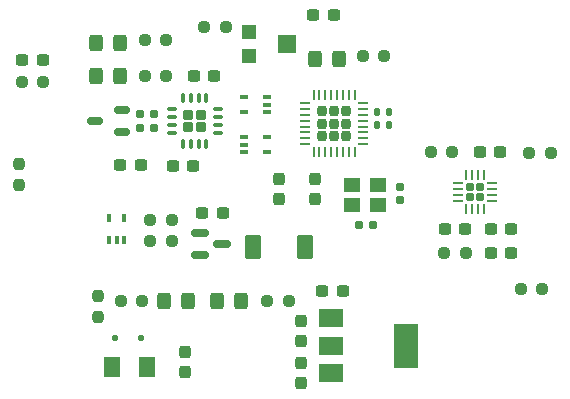
<source format=gtp>
G04 #@! TF.GenerationSoftware,KiCad,Pcbnew,7.0.8*
G04 #@! TF.CreationDate,2023-12-30T22:15:46-05:00*
G04 #@! TF.ProjectId,Pump_Control_Board,50756d70-5f43-46f6-9e74-726f6c5f426f,rev?*
G04 #@! TF.SameCoordinates,Original*
G04 #@! TF.FileFunction,Paste,Top*
G04 #@! TF.FilePolarity,Positive*
%FSLAX46Y46*%
G04 Gerber Fmt 4.6, Leading zero omitted, Abs format (unit mm)*
G04 Created by KiCad (PCBNEW 7.0.8) date 2023-12-30 22:15:46*
%MOMM*%
%LPD*%
G01*
G04 APERTURE LIST*
G04 Aperture macros list*
%AMRoundRect*
0 Rectangle with rounded corners*
0 $1 Rounding radius*
0 $2 $3 $4 $5 $6 $7 $8 $9 X,Y pos of 4 corners*
0 Add a 4 corners polygon primitive as box body*
4,1,4,$2,$3,$4,$5,$6,$7,$8,$9,$2,$3,0*
0 Add four circle primitives for the rounded corners*
1,1,$1+$1,$2,$3*
1,1,$1+$1,$4,$5*
1,1,$1+$1,$6,$7*
1,1,$1+$1,$8,$9*
0 Add four rect primitives between the rounded corners*
20,1,$1+$1,$2,$3,$4,$5,0*
20,1,$1+$1,$4,$5,$6,$7,0*
20,1,$1+$1,$6,$7,$8,$9,0*
20,1,$1+$1,$8,$9,$2,$3,0*%
G04 Aperture macros list end*
%ADD10RoundRect,0.135000X-0.135000X-0.185000X0.135000X-0.185000X0.135000X0.185000X-0.135000X0.185000X0*%
%ADD11RoundRect,0.237500X-0.250000X-0.237500X0.250000X-0.237500X0.250000X0.237500X-0.250000X0.237500X0*%
%ADD12RoundRect,0.237500X-0.300000X-0.237500X0.300000X-0.237500X0.300000X0.237500X-0.300000X0.237500X0*%
%ADD13RoundRect,0.250000X0.450000X0.800000X-0.450000X0.800000X-0.450000X-0.800000X0.450000X-0.800000X0*%
%ADD14RoundRect,0.237500X0.237500X-0.250000X0.237500X0.250000X-0.237500X0.250000X-0.237500X-0.250000X0*%
%ADD15RoundRect,0.212500X-0.212500X0.212500X-0.212500X-0.212500X0.212500X-0.212500X0.212500X0.212500X0*%
%ADD16RoundRect,0.075000X-0.075000X0.350000X-0.075000X-0.350000X0.075000X-0.350000X0.075000X0.350000X0*%
%ADD17RoundRect,0.075000X-0.350000X0.075000X-0.350000X-0.075000X0.350000X-0.075000X0.350000X0.075000X0*%
%ADD18RoundRect,0.237500X-0.237500X0.300000X-0.237500X-0.300000X0.237500X-0.300000X0.237500X0.300000X0*%
%ADD19RoundRect,0.237500X0.300000X0.237500X-0.300000X0.237500X-0.300000X-0.237500X0.300000X-0.237500X0*%
%ADD20R,0.400000X0.650000*%
%ADD21RoundRect,0.250000X-0.325000X-0.450000X0.325000X-0.450000X0.325000X0.450000X-0.325000X0.450000X0*%
%ADD22RoundRect,0.237500X0.250000X0.237500X-0.250000X0.237500X-0.250000X-0.237500X0.250000X-0.237500X0*%
%ADD23R,0.650000X0.400000*%
%ADD24RoundRect,0.237500X0.237500X-0.300000X0.237500X0.300000X-0.237500X0.300000X-0.237500X-0.300000X0*%
%ADD25R,1.400000X1.200000*%
%ADD26RoundRect,0.150000X-0.587500X-0.150000X0.587500X-0.150000X0.587500X0.150000X-0.587500X0.150000X0*%
%ADD27RoundRect,0.155000X-0.212500X-0.155000X0.212500X-0.155000X0.212500X0.155000X-0.212500X0.155000X0*%
%ADD28RoundRect,0.125000X0.125000X0.125000X-0.125000X0.125000X-0.125000X-0.125000X0.125000X-0.125000X0*%
%ADD29RoundRect,0.155000X0.155000X-0.212500X0.155000X0.212500X-0.155000X0.212500X-0.155000X-0.212500X0*%
%ADD30RoundRect,0.160000X-0.197500X-0.160000X0.197500X-0.160000X0.197500X0.160000X-0.197500X0.160000X0*%
%ADD31RoundRect,0.250001X0.462499X0.624999X-0.462499X0.624999X-0.462499X-0.624999X0.462499X-0.624999X0*%
%ADD32R,2.000000X1.500000*%
%ADD33R,2.000000X3.800000*%
%ADD34RoundRect,0.150000X0.512500X0.150000X-0.512500X0.150000X-0.512500X-0.150000X0.512500X-0.150000X0*%
%ADD35R,1.200000X1.200000*%
%ADD36R,1.500000X1.600000*%
%ADD37RoundRect,0.170000X0.170000X0.170000X-0.170000X0.170000X-0.170000X-0.170000X0.170000X-0.170000X0*%
%ADD38RoundRect,0.062500X0.355000X0.062500X-0.355000X0.062500X-0.355000X-0.062500X0.355000X-0.062500X0*%
%ADD39RoundRect,0.062500X0.062500X0.355000X-0.062500X0.355000X-0.062500X-0.355000X0.062500X-0.355000X0*%
%ADD40RoundRect,0.207500X0.207500X-0.207500X0.207500X0.207500X-0.207500X0.207500X-0.207500X-0.207500X0*%
%ADD41RoundRect,0.062500X0.062500X-0.375000X0.062500X0.375000X-0.062500X0.375000X-0.062500X-0.375000X0*%
%ADD42RoundRect,0.062500X0.375000X-0.062500X0.375000X0.062500X-0.375000X0.062500X-0.375000X-0.062500X0*%
%ADD43RoundRect,0.237500X-0.237500X0.250000X-0.237500X-0.250000X0.237500X-0.250000X0.237500X0.250000X0*%
%ADD44RoundRect,0.250000X0.325000X0.450000X-0.325000X0.450000X-0.325000X-0.450000X0.325000X-0.450000X0*%
G04 APERTURE END LIST*
D10*
X108790000Y-67400000D03*
X109810000Y-67400000D03*
X108790000Y-66300000D03*
X109810000Y-66300000D03*
D11*
X121687500Y-69800000D03*
X123512500Y-69800000D03*
X99500000Y-82300000D03*
X101325000Y-82300000D03*
D12*
X78750000Y-61950000D03*
X80475000Y-61950000D03*
D13*
X102700000Y-77750000D03*
X98300000Y-77750000D03*
D14*
X78486000Y-72540500D03*
X78486000Y-70715500D03*
D15*
X93870000Y-66562200D03*
X92820000Y-66562200D03*
X93870000Y-67612200D03*
X92820000Y-67612200D03*
D16*
X94320000Y-65137200D03*
X93670000Y-65137200D03*
X93020000Y-65137200D03*
X92370000Y-65137200D03*
D17*
X91395000Y-66112200D03*
X91395000Y-66762200D03*
X91395000Y-67412200D03*
X91395000Y-68062200D03*
D16*
X92370000Y-69037200D03*
X93020000Y-69037200D03*
X93670000Y-69037200D03*
X94320000Y-69037200D03*
D17*
X95295000Y-68062200D03*
X95295000Y-67412200D03*
X95295000Y-66762200D03*
X95295000Y-66112200D03*
D11*
X78693000Y-63754000D03*
X80518000Y-63754000D03*
D18*
X103500000Y-71987500D03*
X103500000Y-73712500D03*
D19*
X93218000Y-70866000D03*
X91493000Y-70866000D03*
D20*
X86100000Y-77200000D03*
X86750000Y-77200000D03*
X87400000Y-77200000D03*
X87400000Y-75300000D03*
X86100000Y-75300000D03*
D21*
X84975000Y-60500000D03*
X87025000Y-60500000D03*
D12*
X87037500Y-70850000D03*
X88762500Y-70850000D03*
D11*
X89107000Y-63246000D03*
X90932000Y-63246000D03*
D19*
X94996000Y-63250000D03*
X93271000Y-63250000D03*
D22*
X91412500Y-77250000D03*
X89587500Y-77250000D03*
D19*
X116231500Y-76200000D03*
X114506500Y-76200000D03*
D11*
X94162500Y-59100000D03*
X95987500Y-59100000D03*
D23*
X99450000Y-66350000D03*
X99450000Y-65700000D03*
X99450000Y-65050000D03*
X97550000Y-65050000D03*
X97550000Y-66350000D03*
D24*
X102312000Y-85725000D03*
X102312000Y-84000000D03*
D21*
X95239500Y-82296000D03*
X97289500Y-82296000D03*
D12*
X104137500Y-81450000D03*
X105862500Y-81450000D03*
D22*
X122762500Y-81300000D03*
X120937500Y-81300000D03*
D25*
X108838000Y-72537600D03*
X106638000Y-72537600D03*
X106638000Y-74237600D03*
X108838000Y-74237600D03*
D24*
X102337000Y-89281000D03*
X102337000Y-87556000D03*
X92500000Y-88362500D03*
X92500000Y-86637500D03*
D26*
X93812500Y-76550000D03*
X93812500Y-78450000D03*
X95687500Y-77500000D03*
D27*
X107265000Y-75900000D03*
X108400000Y-75900000D03*
D28*
X88800000Y-85500000D03*
X86600000Y-85500000D03*
D22*
X91412500Y-75500000D03*
X89587500Y-75500000D03*
D29*
X110700000Y-73817500D03*
X110700000Y-72682500D03*
D30*
X88676000Y-67640200D03*
X89871000Y-67640200D03*
D18*
X100452000Y-71987500D03*
X100452000Y-73712500D03*
D19*
X95700000Y-74850000D03*
X93975000Y-74850000D03*
D31*
X89287500Y-87900000D03*
X86312500Y-87900000D03*
D11*
X89107000Y-60198000D03*
X90932000Y-60198000D03*
D32*
X104902000Y-83806000D03*
X104902000Y-86106000D03*
X104902000Y-88406000D03*
D33*
X111202000Y-86106000D03*
D11*
X114487500Y-78300000D03*
X116312500Y-78300000D03*
D34*
X87186000Y-68040200D03*
X87186000Y-66140200D03*
X84911000Y-67090200D03*
D35*
X97945500Y-59579000D03*
D36*
X101195500Y-60579000D03*
D35*
X97945500Y-61579000D03*
D19*
X105112500Y-58100000D03*
X103387500Y-58100000D03*
D23*
X97550000Y-68450000D03*
X97550000Y-69100000D03*
X97550000Y-69750000D03*
X99450000Y-69750000D03*
X99450000Y-68450000D03*
D22*
X88912500Y-82300000D03*
X87087500Y-82300000D03*
X109412500Y-61550000D03*
X107587500Y-61550000D03*
D19*
X119212500Y-69750000D03*
X117487500Y-69750000D03*
D37*
X117502700Y-73495300D03*
X117502700Y-72655300D03*
X116662700Y-73495300D03*
X116662700Y-72655300D03*
D38*
X118540200Y-73825300D03*
X118540200Y-73325300D03*
X118540200Y-72825300D03*
X118540200Y-72325300D03*
D39*
X117832700Y-71617800D03*
X117332700Y-71617800D03*
X116832700Y-71617800D03*
X116332700Y-71617800D03*
D38*
X115625200Y-72325300D03*
X115625200Y-72825300D03*
X115625200Y-73325300D03*
X115625200Y-73825300D03*
D39*
X116332700Y-74532800D03*
X116832700Y-74532800D03*
X117332700Y-74532800D03*
X117832700Y-74532800D03*
D21*
X103525000Y-61800000D03*
X105575000Y-61800000D03*
D11*
X113325000Y-69750000D03*
X115150000Y-69750000D03*
D12*
X118417000Y-78300000D03*
X120142000Y-78300000D03*
D40*
X104126000Y-68340000D03*
X105156000Y-68340000D03*
X106186000Y-68340000D03*
X104126000Y-67310000D03*
X105156000Y-67310000D03*
X106186000Y-67310000D03*
X104126000Y-66280000D03*
X105156000Y-66280000D03*
X106186000Y-66280000D03*
D41*
X103406000Y-69747500D03*
X103906000Y-69747500D03*
X104406000Y-69747500D03*
X104906000Y-69747500D03*
X105406000Y-69747500D03*
X105906000Y-69747500D03*
X106406000Y-69747500D03*
X106906000Y-69747500D03*
D42*
X107593500Y-69060000D03*
X107593500Y-68560000D03*
X107593500Y-68060000D03*
X107593500Y-67560000D03*
X107593500Y-67060000D03*
X107593500Y-66560000D03*
X107593500Y-66060000D03*
X107593500Y-65560000D03*
D41*
X106906000Y-64872500D03*
X106406000Y-64872500D03*
X105906000Y-64872500D03*
X105406000Y-64872500D03*
X104906000Y-64872500D03*
X104406000Y-64872500D03*
X103906000Y-64872500D03*
X103406000Y-64872500D03*
D42*
X102718500Y-65560000D03*
X102718500Y-66060000D03*
X102718500Y-66560000D03*
X102718500Y-67060000D03*
X102718500Y-67560000D03*
X102718500Y-68060000D03*
X102718500Y-68560000D03*
X102718500Y-69060000D03*
D21*
X84975000Y-63246000D03*
X87025000Y-63246000D03*
D43*
X85200000Y-81887500D03*
X85200000Y-83712500D03*
D44*
X92800000Y-82300000D03*
X90750000Y-82300000D03*
D30*
X88676000Y-66497200D03*
X89871000Y-66497200D03*
D12*
X118417000Y-76200000D03*
X120142000Y-76200000D03*
M02*

</source>
